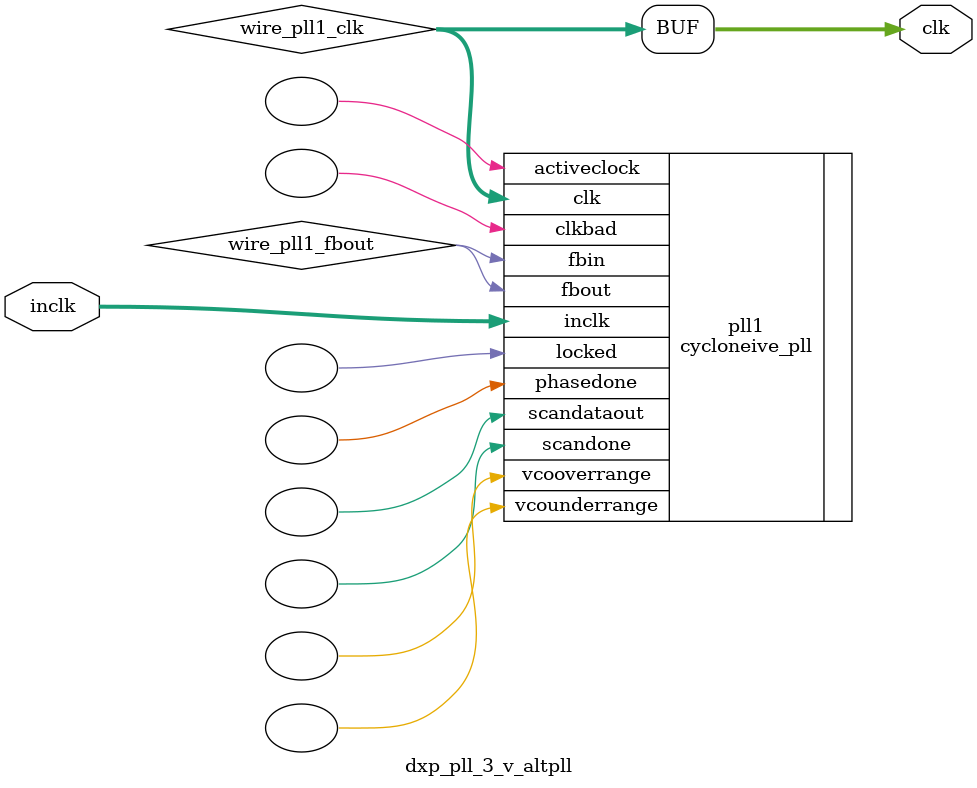
<source format=v>






//synthesis_resources = cycloneive_pll 1 
//synopsys translate_off
`timescale 1 ps / 1 ps
//synopsys translate_on
module  dxp_pll_3_v_altpll
	( 
	clk,
	inclk) /* synthesis synthesis_clearbox=1 */;
	output   [4:0]  clk;
	input   [1:0]  inclk;
`ifndef ALTERA_RESERVED_QIS
// synopsys translate_off
`endif
	tri0   [1:0]  inclk;
`ifndef ALTERA_RESERVED_QIS
// synopsys translate_on
`endif

	wire  [4:0]   wire_pll1_clk;
	wire  wire_pll1_fbout;

	cycloneive_pll   pll1
	( 
	.activeclock(),
	.clk(wire_pll1_clk),
	.clkbad(),
	.fbin(wire_pll1_fbout),
	.fbout(wire_pll1_fbout),
	.inclk(inclk),
	.locked(),
	.phasedone(),
	.scandataout(),
	.scandone(),
	.vcooverrange(),
	.vcounderrange()
	`ifndef FORMAL_VERIFICATION
	// synopsys translate_off
	`endif
	,
	.areset(1'b0),
	.clkswitch(1'b0),
	.configupdate(1'b0),
	.pfdena(1'b1),
	.phasecounterselect({3{1'b0}}),
	.phasestep(1'b0),
	.phaseupdown(1'b0),
	.scanclk(1'b0),
	.scanclkena(1'b1),
	.scandata(1'b0)
	`ifndef FORMAL_VERIFICATION
	// synopsys translate_on
	`endif
	);
	defparam
		pll1.bandwidth_type = "auto",
		pll1.clk0_divide_by = 1,
		pll1.clk0_duty_cycle = 50,
		pll1.clk0_multiply_by = 1,
		pll1.clk0_phase_shift = "0",
		pll1.clk1_divide_by = 1,
		pll1.clk1_duty_cycle = 50,
		pll1.clk1_multiply_by = 1,
		pll1.clk1_phase_shift = "1667",
		pll1.clk2_divide_by = 1,
		pll1.clk2_duty_cycle = 50,
		pll1.clk2_multiply_by = 1,
		pll1.clk2_phase_shift = "3333",
		pll1.compensate_clock = "clk0",
		pll1.inclk0_input_frequency = 20000,
		pll1.operation_mode = "normal",
		pll1.pll_type = "auto",
		pll1.lpm_type = "cycloneive_pll";
	assign
		clk = {wire_pll1_clk[4:0]};
endmodule //dxp_pll_3_v_altpll
//VALID FILE

</source>
